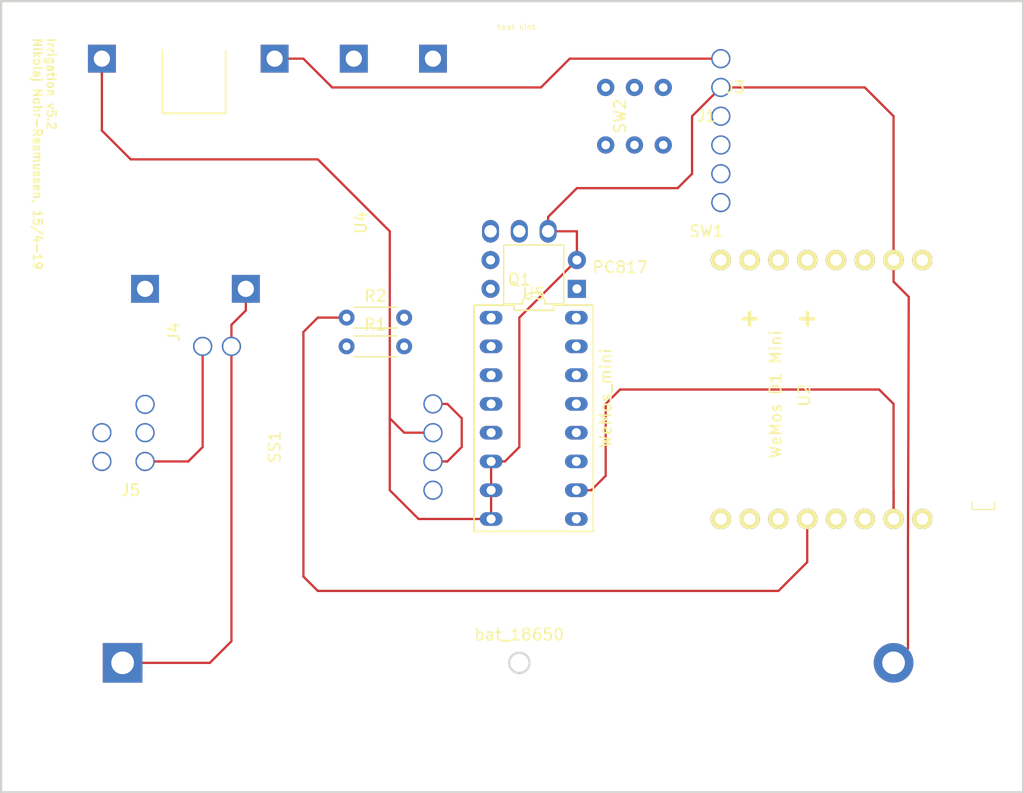
<source format=kicad_pcb>
(kicad_pcb (version 20171130) (host pcbnew "(5.0.2)-1")

  (general
    (thickness 1.6)
    (drawings 20)
    (tracks 193)
    (zones 0)
    (modules 15)
    (nets 19)
  )

  (page A4)
  (layers
    (0 Top_copper power)
    (1 "Blue_(signal_1)" signal hide)
    (2 Bottom_copper signal)
    (3 "Yellow2_(signal)" signal hide)
    (4 "Blue2_(signal)" signal hide)
    (31 "Red_(Power)" power hide)
    (32 B.Adhes user hide)
    (33 F.Adhes user hide)
    (34 B.Paste user hide)
    (35 F.Paste user hide)
    (36 B.SilkS user)
    (37 F.SilkS user)
    (38 B.Mask user)
    (39 F.Mask user)
    (40 Dwgs.User user hide)
    (41 Cmts.User user hide)
    (42 Eco1.User user hide)
    (43 Eco2.User user hide)
    (44 Edge.Cuts user)
    (45 Margin user hide)
    (46 B.CrtYd user)
    (47 F.CrtYd user)
    (48 B.Fab user hide)
    (49 F.Fab user hide)
  )

  (setup
    (last_trace_width 0.2)
    (trace_clearance 0.2)
    (zone_clearance 0.508)
    (zone_45_only no)
    (trace_min 0.2)
    (segment_width 0.2)
    (edge_width 0.2)
    (via_size 0.8)
    (via_drill 0.4)
    (via_min_size 0.4)
    (via_min_drill 0.3)
    (uvia_size 0.3)
    (uvia_drill 0.1)
    (uvias_allowed no)
    (uvia_min_size 0.2)
    (uvia_min_drill 0.1)
    (pcb_text_width 0.3)
    (pcb_text_size 1.5 1.5)
    (mod_edge_width 0.15)
    (mod_text_size 1 1)
    (mod_text_width 0.15)
    (pad_size 1.5 2)
    (pad_drill 1.1)
    (pad_to_mask_clearance 0.2)
    (solder_mask_min_width 0.25)
    (aux_axis_origin 0 0)
    (visible_elements 7FFFFFFF)
    (pcbplotparams
      (layerselection 0x290f0_7fffffe5)
      (usegerberextensions true)
      (usegerberattributes false)
      (usegerberadvancedattributes false)
      (creategerberjobfile false)
      (excludeedgelayer true)
      (linewidth 0.100000)
      (plotframeref false)
      (viasonmask false)
      (mode 1)
      (useauxorigin false)
      (hpglpennumber 1)
      (hpglpenspeed 20)
      (hpglpendiameter 15.000000)
      (psnegative false)
      (psa4output false)
      (plotreference true)
      (plotvalue true)
      (plotinvisibletext false)
      (padsonsilk true)
      (subtractmaskfromsilk false)
      (outputformat 1)
      (mirror false)
      (drillshape 0)
      (scaleselection 1)
      (outputdirectory "./"))
  )

  (net 0 "")
  (net 1 GND)
  (net 2 "Net-(J3-Pad2)")
  (net 3 "Net-(J3-Pad1)")
  (net 4 "Net-(Q1-Pad1)")
  (net 5 "Net-(SW1-Pad1)")
  (net 6 "Net-(Opto1-Pad1)")
  (net 7 "Net-(J1-Pad2)")
  (net 8 "Net-(R2-Pad1)")
  (net 9 "Net-(SW2-Pad2)")
  (net 10 "Net-(SW2-Pad1)")
  (net 11 "Net-(R1-Pad2)")
  (net 12 "Net-(SS1-PadA0)")
  (net 13 "Net-(U2-Pad15)")
  (net 14 "Net-(U2-Pad14)")
  (net 15 "Net-(U2-Pad10)")
  (net 16 "Net-(J4-Pad2)")
  (net 17 "Net-(J5-Pad2)")
  (net 18 "Net-(J5-Pad3)")

  (net_class Default "This is the default net class."
    (clearance 0.2)
    (trace_width 0.2)
    (via_dia 0.8)
    (via_drill 0.4)
    (uvia_dia 0.3)
    (uvia_drill 0.1)
    (add_net GND)
    (add_net "Net-(J1-Pad2)")
    (add_net "Net-(J3-Pad1)")
    (add_net "Net-(J3-Pad2)")
    (add_net "Net-(J4-Pad2)")
    (add_net "Net-(J5-Pad2)")
    (add_net "Net-(J5-Pad3)")
    (add_net "Net-(Opto1-Pad1)")
    (add_net "Net-(Q1-Pad1)")
    (add_net "Net-(R1-Pad2)")
    (add_net "Net-(R2-Pad1)")
    (add_net "Net-(SS1-PadA0)")
    (add_net "Net-(SW1-Pad1)")
    (add_net "Net-(SW2-Pad1)")
    (add_net "Net-(SW2-Pad2)")
    (add_net "Net-(U2-Pad10)")
    (add_net "Net-(U2-Pad14)")
    (add_net "Net-(U2-Pad15)")
  )

  (module footprint:74HC4052_analogue_mux_v1 (layer Top_copper) (tedit 5CA72754) (tstamp 5CA72CC3)
    (at 64.77 54.61 270)
    (path /5CAC48A2)
    (fp_text reference U5 (at -10.99 0) (layer F.SilkS)
      (effects (font (size 1 1) (thickness 0.15)))
    )
    (fp_text value CD4052B (at 0 0 270) (layer F.Fab)
      (effects (font (size 1 1) (thickness 0.15)))
    )
    (fp_line (start -10.15 5.4) (end -10.15 -5.4) (layer F.CrtYd) (width 0.05))
    (fp_line (start 10.15 5.4) (end -10.15 5.4) (layer F.CrtYd) (width 0.05))
    (fp_line (start 10.15 -5.4) (end 10.15 5.4) (layer F.CrtYd) (width 0.05))
    (fp_line (start -10.15 -5.4) (end 10.15 -5.4) (layer F.CrtYd) (width 0.05))
    (fp_line (start -9.99 1.753333) (end -9.99 5.259999) (layer F.SilkS) (width 0.15))
    (fp_line (start -9.54 1.753333) (end -9.99 1.753333) (layer F.SilkS) (width 0.15))
    (fp_line (start -9.54 -1.753333) (end -9.54 1.753333) (layer F.SilkS) (width 0.15))
    (fp_line (start -9.99 -1.753333) (end -9.54 -1.753333) (layer F.SilkS) (width 0.15))
    (fp_line (start -9.99 -5.26) (end -9.99 -1.753333) (layer F.SilkS) (width 0.15))
    (fp_line (start 9.99 -5.259999) (end -9.99 -5.26) (layer F.SilkS) (width 0.15))
    (fp_line (start 9.99 5.26) (end 9.99 -5.259999) (layer F.SilkS) (width 0.15))
    (fp_line (start -9.99 5.259999) (end 9.99 5.26) (layer F.SilkS) (width 0.15))
    (pad 8 thru_hole oval (at 8.89 3.76 270) (size 1.2 2) (drill 0.8) (layers *.Cu *.Mask)
      (net 1 GND))
    (pad 9 thru_hole oval (at 8.89 -3.76 270) (size 1.2 2) (drill 0.8) (layers *.Cu *.Mask)
      (net 14 "Net-(U2-Pad14)"))
    (pad 7 thru_hole oval (at 6.35 3.76 270) (size 1.2 2) (drill 0.8) (layers *.Cu *.Mask)
      (net 1 GND))
    (pad 10 thru_hole oval (at 6.35 -3.76 270) (size 1.2 2) (drill 0.8) (layers *.Cu *.Mask)
      (net 13 "Net-(U2-Pad15)"))
    (pad 6 thru_hole oval (at 3.81 3.76 270) (size 1.2 2) (drill 0.8) (layers *.Cu *.Mask)
      (net 1 GND))
    (pad 11 thru_hole oval (at 3.81 -3.76 270) (size 1.2 2) (drill 0.8) (layers *.Cu *.Mask))
    (pad 5 thru_hole oval (at 1.27 3.76 270) (size 1.2 2) (drill 0.8) (layers *.Cu *.Mask))
    (pad 12 thru_hole oval (at 1.27 -3.76 270) (size 1.2 2) (drill 0.8) (layers *.Cu *.Mask)
      (net 12 "Net-(SS1-PadA0)"))
    (pad 4 thru_hole oval (at -1.27 3.76 270) (size 1.2 2) (drill 0.8) (layers *.Cu *.Mask))
    (pad 13 thru_hole oval (at -1.27 -3.76 270) (size 1.2 2) (drill 0.8) (layers *.Cu *.Mask)
      (net 15 "Net-(U2-Pad10)"))
    (pad 3 thru_hole oval (at -3.81 3.76 270) (size 1.2 2) (drill 0.8) (layers *.Cu *.Mask))
    (pad 14 thru_hole oval (at -3.81 -3.76 270) (size 1.2 2) (drill 0.8) (layers *.Cu *.Mask)
      (net 11 "Net-(R1-Pad2)"))
    (pad 2 thru_hole oval (at -6.35 3.76 270) (size 1.2 2) (drill 0.8) (layers *.Cu *.Mask))
    (pad 15 thru_hole oval (at -6.35 -3.76 270) (size 1.2 2) (drill 0.8) (layers *.Cu *.Mask)
      (net 18 "Net-(J5-Pad3)"))
    (pad 1 thru_hole oval (at -8.89 3.76 270) (size 1.2 2) (drill 0.8) (layers *.Cu *.Mask))
    (pad 16 thru_hole oval (at -8.89 -3.76 270) (size 1.2 2) (drill 0.8) (layers *.Cu *.Mask)
      (net 17 "Net-(J5-Pad2)"))
  )

  (module footprint:BatteryHolder_MPD_BH-18650-PC2_v4 (layer Top_copper) (tedit 5CAF9A70) (tstamp 5CAF9B3B)
    (at 63.5 76.2)
    (descr "18650 Battery Holder (http://www.memoryprotectiondevices.com/datasheets/BK-18650-PC2-datasheet.pdf)")
    (tags "18650 Battery Holder")
    (path /5C9C0D4A)
    (fp_text reference bat_18650 (at 0 -2.5) (layer F.SilkS)
      (effects (font (size 1 1) (thickness 0.15)))
    )
    (fp_text value Battery_Cell (at 0 -4.8) (layer F.Fab)
      (effects (font (size 1 1) (thickness 0.15)))
    )
    (fp_line (start -38.1 -10.668) (end 35.56 -10.668) (layer F.CrtYd) (width 0.05))
    (fp_line (start -38.1 10.668) (end -38.1 -10.668) (layer F.CrtYd) (width 0.05))
    (fp_circle (center 0 0) (end -1.016 -0.508) (layer F.CrtYd) (width 0.05))
    (fp_line (start 35.56 10.668) (end 35.56 -10.668) (layer F.CrtYd) (width 0.05))
    (fp_line (start -38.1 10.668) (end 35.56 10.668) (layer F.CrtYd) (width 0.05))
    (pad 2 thru_hole circle (at 33.02 0) (size 3.5 3.5) (drill 2) (layers *.Cu *.Mask)
      (net 1 GND))
    (pad 1 thru_hole rect (at -35 0) (size 3.5 3.5) (drill 2) (layers *.Cu *.Mask)
      (net 16 "Net-(J4-Pad2)"))
    (model ${KISYS3DMOD}/Battery.3dshapes/BatteryHolder_MPD_BH-18650-PC2.wrl
      (at (xyz 0 0 0))
      (scale (xyz 1 1 1))
      (rotate (xyz 0 0 0))
    )
  )

  (module footprint:onoff_push_button_2x3_pins_v2 (layer Top_copper) (tedit 5CA30A07) (tstamp 5CA30AC7)
    (at 68.58 43.18 270)
    (path /5C938ACF)
    (fp_text reference SW2 (at -15.24 -3.81 270) (layer F.SilkS)
      (effects (font (size 1 1) (thickness 0.15)))
    )
    (fp_text value flash (at -15.24 -0.508 270) (layer F.Fab)
      (effects (font (size 1 1) (thickness 0.15)))
    )
    (fp_line (start -19.05 -8.89) (end -11.43 -8.89) (layer F.CrtYd) (width 0.15))
    (fp_line (start -11.43 -8.89) (end -11.43 -1.27) (layer F.CrtYd) (width 0.15))
    (fp_line (start -11.43 -1.27) (end -19.05 -1.27) (layer F.CrtYd) (width 0.15))
    (fp_line (start -19.05 -1.27) (end -19.05 -8.89) (layer F.CrtYd) (width 0.15))
    (fp_text user "Flash (down)" (at -21.844 -11.684) (layer F.Fab)
      (effects (font (size 1 1) (thickness 0.15)))
    )
    (fp_text user "Normal (up)" (at -21.844 1.016) (layer F.Fab)
      (effects (font (size 1 1) (thickness 0.15)))
    )
    (fp_line (start -17.78 -5.08) (end -21.59 -5.08) (layer F.Fab) (width 0.15))
    (fp_line (start -20.828 -5.08) (end -21.336 -5.08) (layer F.Fab) (width 0.15))
    (fp_line (start -20.32 -7.62) (end -17.78 -7.62) (layer F.Fab) (width 0.15))
    (fp_line (start -17.78 -2.54) (end -20.32 -2.54) (layer F.Fab) (width 0.15))
    (fp_circle (center -20.32 -7.62) (end -20.447 -7.6454) (layer F.Fab) (width 0.15))
    (fp_circle (center -20.3454 -2.54) (end -20.3962 -2.6416) (layer F.Fab) (width 0.15))
    (fp_circle (center -21.59 -5.08) (end -21.6916 -5.1054) (layer F.Fab) (width 0.15))
    (fp_line (start -21.59 -5.08) (end -22.86 -7.62) (layer F.Fab) (width 0.15))
    (fp_line (start -21.59 -5.08) (end -20.32 -2.54) (layer F.Fab) (width 0.05))
    (fp_text user "(1 and 2 connected when button up)" (at -16.51 -10.16 270) (layer F.CrtYd)
      (effects (font (size 0.5 0.5) (thickness 0.075)))
    )
    (pad 1 thru_hole circle (at -17.78 -7.62 270) (size 1.524 1.524) (drill 0.762) (layers *.Cu *.Mask)
      (net 10 "Net-(SW2-Pad1)"))
    (pad 2 thru_hole circle (at -17.78 -5.08 270) (size 1.524 1.524) (drill 0.762) (layers *.Cu *.Mask)
      (net 9 "Net-(SW2-Pad2)"))
    (pad NA thru_hole circle (at -12.7 -5.08 270) (size 1.524 1.524) (drill 0.762) (layers *.Cu *.Mask))
    (pad NA thru_hole circle (at -12.7 -7.62 270) (size 1.524 1.524) (drill 0.762) (layers *.Cu *.Mask))
    (pad NA thru_hole circle (at -12.7 -2.54 270) (size 1.524 1.524) (drill 0.762) (layers *.Cu *.Mask))
    (pad 3 thru_hole circle (at -17.78 -2.54 270) (size 1.524 1.524) (drill 0.762) (layers *.Cu *.Mask))
  )

  (module footprint:2p_connector_v2 (layer Top_copper) (tedit 5C9E8F0F) (tstamp 5C9BBC0A)
    (at 78.74 22.86 90)
    (path /5C4F9789)
    (fp_text reference J1 (at -5.08 1.27 180) (layer F.SilkS)
      (effects (font (size 1 1) (thickness 0.15)))
    )
    (fp_text value Sol (at -1.27 20.32 180) (layer F.Fab)
      (effects (font (size 1 1) (thickness 0.15)))
    )
    (fp_line (start -3.81 1.27) (end 1.27 1.27) (layer F.CrtYd) (width 0.15))
    (fp_line (start 1.27 1.27) (end 1.27 3.81) (layer F.CrtYd) (width 0.15))
    (fp_line (start 1.27 3.81) (end -3.81 3.81) (layer F.CrtYd) (width 0.15))
    (fp_line (start -3.81 3.81) (end -3.81 1.27) (layer F.CrtYd) (width 0.15))
    (pad 1 thru_hole circle (at -2.54 2.54 90) (size 1.7 1.7) (drill 1.43) (layers *.Cu *.Mask)
      (net 1 GND))
    (pad 2 thru_hole circle (at 0 2.54 90) (size 1.7 1.7) (drill 1.43) (layers *.Cu *.Mask)
      (net 7 "Net-(J1-Pad2)"))
  )

  (module wemos_d1_mini:D1_mini_board_v10 (layer Top_copper) (tedit 5C9CC373) (tstamp 5C9BBEBB)
    (at 106.68 45.72 90)
    (path /5C4F9AC3)
    (fp_text reference U2 (at -6.858 -18.034 90) (layer F.SilkS)
      (effects (font (size 1 1) (thickness 0.15)))
    )
    (fp_text value WeMos_mini (at -7.112 -35.56 90) (layer F.SilkS)
      (effects (font (size 1 1) (thickness 0.15)))
    )
    (fp_text user "WeMos D1 Mini" (at -6.776942 -20.574 90) (layer F.SilkS)
      (effects (font (size 1 1) (thickness 0.15)))
    )
    (fp_line (start -3.597292 -5.442549) (end -10.736873 -5.442549) (layer F.CrtYd) (width 0.1))
    (fp_line (start -10.736873 -5.442549) (end -10.736873 0.371188) (layer F.CrtYd) (width 0.1))
    (fp_line (start -10.736873 0.371188) (end -3.597292 0.371188) (layer F.CrtYd) (width 0.1))
    (fp_line (start -3.597292 0.371188) (end -3.597292 -5.442549) (layer F.CrtYd) (width 0.1))
    (fp_line (start -16.28582 -3.248262) (end -16.938459 -3.248262) (layer F.SilkS) (width 0.1))
    (fp_line (start -16.938459 -3.248262) (end -16.938459 -1.255068) (layer F.SilkS) (width 0.1))
    (fp_line (start -16.938459 -1.255068) (end -16.321098 -1.255068) (layer F.SilkS) (width 0.1))
    (fp_line (start 6.604 1.016) (end -16.256 1.016) (layer F.CrtYd) (width 0.15))
    (fp_line (start -16.256 1.016) (end -16.256 -5.842) (layer F.CrtYd) (width 0.15))
    (fp_line (start -19.558 -5.842) (end -19.558 -34.544) (layer F.CrtYd) (width 0.15))
    (fp_line (start -19.558 -34.544) (end 6.604 -34.544) (layer F.CrtYd) (width 0.15))
    (fp_line (start 6.604 -34.544) (end 6.604 1.016) (layer F.CrtYd) (width 0.15))
    (fp_text user RST (at -22.016942 -25.654 90) (layer F.Fab)
      (effects (font (size 1 1) (thickness 0.15)))
    )
    (fp_text user 3V3 (at -22.016942 -7.874 90) (layer F.Fab)
      (effects (font (size 1 1) (thickness 0.15)))
    )
    (fp_text user 5V (at 8.463058 -7.874 90) (layer F.Fab)
      (effects (font (size 1 1) (thickness 0.15)))
    )
    (fp_text user GND (at 8.463058 -10.414 90) (layer F.Fab)
      (effects (font (size 1 1) (thickness 0.15)))
    )
    (fp_text user A0 (at -22.016942 -23.114 90) (layer F.Fab)
      (effects (font (size 1 1) (thickness 0.15)))
    )
    (fp_line (start -16.256 -5.842) (end -19.558 -5.842) (layer F.CrtYd) (width 0.15))
    (fp_text user D0 (at -22.098 -20.574 90) (layer F.Fab)
      (effects (font (size 1 1) (thickness 0.15)))
    )
    (fp_text user D5 (at -22.016942 -18.034 90) (layer F.Fab)
      (effects (font (size 1 1) (thickness 0.15)))
    )
    (fp_text user D6 (at -22.016942 -15.494 90) (layer F.Fab)
      (effects (font (size 1 1) (thickness 0.15)))
    )
    (fp_text user D7 (at -22.016942 -12.954 90) (layer F.Fab)
      (effects (font (size 1 1) (thickness 0.15)))
    )
    (fp_text user D8 (at -22.016942 -10.414 90) (layer F.Fab)
      (effects (font (size 1 1) (thickness 0.15)))
    )
    (fp_text user TX (at 7.747 -25.654 90) (layer F.Fab)
      (effects (font (size 1 1) (thickness 0.15)))
    )
    (fp_text user RX (at 7.874 -22.987 90) (layer F.Fab)
      (effects (font (size 1 1) (thickness 0.15)))
    )
    (fp_text user D1 (at 8.463058 -20.32 90) (layer F.Fab)
      (effects (font (size 1 1) (thickness 0.15)))
    )
    (fp_text user D2 (at 8.463058 -18.034 90) (layer F.Fab)
      (effects (font (size 1 1) (thickness 0.15)))
    )
    (fp_text user D3 (at 8.463058 -15.494 90) (layer F.Fab)
      (effects (font (size 1 1) (thickness 0.15)))
    )
    (fp_text user D4 (at 8.463058 -12.954 90) (layer F.Fab)
      (effects (font (size 1 1) (thickness 0.15)))
    )
    (pad 8 thru_hole circle (at 5.08 -25.4 90) (size 1.8 1.8) (drill 1.016) (layers *.Cu *.Mask F.SilkS))
    (pad 7 thru_hole circle (at 5.08 -22.86 90) (size 1.8 1.8) (drill 1.016) (layers *.Cu *.Mask F.SilkS))
    (pad 6 thru_hole circle (at 5.08 -20.32 90) (size 1.8 1.8) (drill 1.016) (layers *.Cu *.Mask F.SilkS)
      (net 6 "Net-(Opto1-Pad1)"))
    (pad 5 thru_hole circle (at 5.08 -17.78 90) (size 1.8 1.8) (drill 1.016) (layers *.Cu *.Mask F.SilkS))
    (pad 4 thru_hole circle (at 5.08 -15.24 90) (size 1.8 1.8) (drill 1.016) (layers *.Cu *.Mask F.SilkS))
    (pad 3 thru_hole circle (at 5.08 -12.7 90) (size 1.8 1.8) (drill 1.016) (layers *.Cu *.Mask F.SilkS))
    (pad 2 thru_hole circle (at 5.08 -10.16 90) (size 1.8 1.8) (drill 1.016) (layers *.Cu *.Mask F.SilkS)
      (net 1 GND))
    (pad 1 thru_hole circle (at 5.08 -7.62 90) (size 1.8 1.8) (drill 1.016) (layers *.Cu *.Mask F.SilkS)
      (net 2 "Net-(J3-Pad2)"))
    (pad 16 thru_hole circle (at -17.78 -7.62 90) (size 1.8 1.8) (drill 1.016) (layers *.Cu *.Mask F.SilkS))
    (pad 15 thru_hole circle (at -17.78 -10.16 90) (size 1.8 1.8) (drill 1.016) (layers *.Cu *.Mask F.SilkS)
      (net 13 "Net-(U2-Pad15)"))
    (pad 14 thru_hole circle (at -17.78 -12.7 90) (size 1.8 1.8) (drill 1.016) (layers *.Cu *.Mask F.SilkS)
      (net 14 "Net-(U2-Pad14)"))
    (pad 13 thru_hole circle (at -17.78 -15.24 90) (size 1.8 1.8) (drill 1.016) (layers *.Cu *.Mask F.SilkS))
    (pad 12 thru_hole circle (at -17.78 -17.78 90) (size 1.8 1.8) (drill 1.016) (layers *.Cu *.Mask F.SilkS)
      (net 8 "Net-(R2-Pad1)"))
    (pad 11 thru_hole circle (at -17.78 -20.32 90) (size 1.8 1.8) (drill 1.016) (layers *.Cu *.Mask F.SilkS)
      (net 10 "Net-(SW2-Pad1)"))
    (pad 10 thru_hole circle (at -17.78 -22.86 90) (size 1.8 1.8) (drill 1.016) (layers *.Cu *.Mask F.SilkS)
      (net 15 "Net-(U2-Pad10)"))
    (pad 9 thru_hole circle (at -17.78 -25.4 90) (size 1.8 1.8) (drill 1.016) (layers *.Cu *.Mask F.SilkS)
      (net 9 "Net-(SW2-Pad2)"))
  )

  (module footprint:2p_connector_v2 (layer Top_copper) (tedit 5C5AE479) (tstamp 5C9BBC1E)
    (at 83.82 30.48 270)
    (path /5C4F97F0)
    (fp_text reference J3 (at -5.08 1.27) (layer F.SilkS)
      (effects (font (size 1 1) (thickness 0.15)))
    )
    (fp_text value Valve (at -1.524 -15.113) (layer F.Fab)
      (effects (font (size 1 1) (thickness 0.15)))
    )
    (fp_line (start -3.81 3.81) (end -3.81 1.27) (layer F.CrtYd) (width 0.15))
    (fp_line (start 1.27 3.81) (end -3.81 3.81) (layer F.CrtYd) (width 0.15))
    (fp_line (start 1.27 1.27) (end 1.27 3.81) (layer F.CrtYd) (width 0.15))
    (fp_line (start -3.81 1.27) (end 1.27 1.27) (layer F.CrtYd) (width 0.15))
    (pad 2 thru_hole circle (at 0 2.54 270) (size 1.7 1.7) (drill 1.43) (layers *.Cu *.Mask)
      (net 2 "Net-(J3-Pad2)"))
    (pad 1 thru_hole circle (at -2.54 2.54 270) (size 1.7 1.7) (drill 1.43) (layers *.Cu *.Mask)
      (net 3 "Net-(J3-Pad1)"))
  )

  (module Package_DIP:DIP-4_W7.62mm (layer Top_copper) (tedit 5CB44DF3) (tstamp 5C9BBC4B)
    (at 68.58 43.18 180)
    (descr "4-lead though-hole mounted DIP package, row spacing 7.62 mm (300 mils)")
    (tags "THT DIP DIL PDIP 2.54mm 7.62mm 300mil")
    (path /5C922828)
    (fp_text reference Opto1 (at -3.175 3.81 180) (layer F.SilkS) hide
      (effects (font (size 1 1) (thickness 0.15)))
    )
    (fp_text value PC817 (at -3.81 1.905 180) (layer F.SilkS)
      (effects (font (size 1 1) (thickness 0.15)))
    )
    (fp_arc (start 3.81 -1.33) (end 2.81 -1.33) (angle -180) (layer F.SilkS) (width 0.12))
    (fp_line (start 1.635 -1.27) (end 6.985 -1.27) (layer F.Fab) (width 0.1))
    (fp_line (start 6.985 -1.27) (end 6.985 3.81) (layer F.Fab) (width 0.1))
    (fp_line (start 6.985 3.81) (end 0.635 3.81) (layer F.Fab) (width 0.1))
    (fp_line (start 0.635 3.81) (end 0.635 -0.27) (layer F.Fab) (width 0.1))
    (fp_line (start 0.635 -0.27) (end 1.635 -1.27) (layer F.Fab) (width 0.1))
    (fp_line (start 2.81 -1.33) (end 1.16 -1.33) (layer F.SilkS) (width 0.12))
    (fp_line (start 1.16 -1.33) (end 1.16 3.87) (layer F.SilkS) (width 0.12))
    (fp_line (start 1.16 3.87) (end 6.46 3.87) (layer F.SilkS) (width 0.12))
    (fp_line (start 6.46 3.87) (end 6.46 -1.33) (layer F.SilkS) (width 0.12))
    (fp_line (start 6.46 -1.33) (end 4.81 -1.33) (layer F.SilkS) (width 0.12))
    (fp_line (start -1.1 -1.55) (end -1.1 4.1) (layer F.CrtYd) (width 0.05))
    (fp_line (start -1.1 4.1) (end 8.7 4.1) (layer F.CrtYd) (width 0.05))
    (fp_line (start 8.7 4.1) (end 8.7 -1.55) (layer F.CrtYd) (width 0.05))
    (fp_line (start 8.7 -1.55) (end -1.1 -1.55) (layer F.CrtYd) (width 0.05))
    (fp_text user %R (at 3.81 1.27 180) (layer F.Fab)
      (effects (font (size 1 1) (thickness 0.15)))
    )
    (pad 1 thru_hole rect (at 0 0 180) (size 1.6 1.6) (drill 0.8) (layers *.Cu *.Mask)
      (net 6 "Net-(Opto1-Pad1)"))
    (pad 3 thru_hole oval (at 7.62 2.54 180) (size 1.6 1.6) (drill 0.8) (layers *.Cu *.Mask)
      (net 17 "Net-(J5-Pad2)"))
    (pad 2 thru_hole oval (at 0 2.54 180) (size 1.6 1.6) (drill 0.8) (layers *.Cu *.Mask)
      (net 1 GND))
    (pad 4 thru_hole oval (at 7.62 0 180) (size 1.6 1.6) (drill 0.8) (layers *.Cu *.Mask)
      (net 2 "Net-(J3-Pad2)"))
    (model ${KISYS3DMOD}/Package_DIP.3dshapes/DIP-4_W7.62mm.wrl
      (at (xyz 0 0 0))
      (scale (xyz 1 1 1))
      (rotate (xyz 0 0 0))
    )
  )

  (module Resistor_THT:R_Axial_DIN0204_L3.6mm_D1.6mm_P5.08mm_Horizontal (layer Top_copper) (tedit 5AE5139B) (tstamp 5C9BBC5E)
    (at 48.26 48.26)
    (descr "Resistor, Axial_DIN0204 series, Axial, Horizontal, pin pitch=5.08mm, 0.167W, length*diameter=3.6*1.6mm^2, http://cdn-reichelt.de/documents/datenblatt/B400/1_4W%23YAG.pdf")
    (tags "Resistor Axial_DIN0204 series Axial Horizontal pin pitch 5.08mm 0.167W length 3.6mm diameter 1.6mm")
    (path /5C4F9DC6)
    (fp_text reference R1 (at 2.54 -1.92) (layer F.SilkS)
      (effects (font (size 1 1) (thickness 0.15)))
    )
    (fp_text value 100k (at -3.302 0) (layer F.Fab)
      (effects (font (size 1 1) (thickness 0.15)))
    )
    (fp_text user %R (at 2.54 0) (layer F.Fab)
      (effects (font (size 0.72 0.72) (thickness 0.108)))
    )
    (fp_line (start 6.03 -1.05) (end -0.95 -1.05) (layer F.CrtYd) (width 0.05))
    (fp_line (start 6.03 1.05) (end 6.03 -1.05) (layer F.CrtYd) (width 0.05))
    (fp_line (start -0.95 1.05) (end 6.03 1.05) (layer F.CrtYd) (width 0.05))
    (fp_line (start -0.95 -1.05) (end -0.95 1.05) (layer F.CrtYd) (width 0.05))
    (fp_line (start 0.62 0.92) (end 4.46 0.92) (layer F.SilkS) (width 0.12))
    (fp_line (start 0.62 -0.92) (end 4.46 -0.92) (layer F.SilkS) (width 0.12))
    (fp_line (start 5.08 0) (end 4.34 0) (layer F.Fab) (width 0.1))
    (fp_line (start 0 0) (end 0.74 0) (layer F.Fab) (width 0.1))
    (fp_line (start 4.34 -0.8) (end 0.74 -0.8) (layer F.Fab) (width 0.1))
    (fp_line (start 4.34 0.8) (end 4.34 -0.8) (layer F.Fab) (width 0.1))
    (fp_line (start 0.74 0.8) (end 4.34 0.8) (layer F.Fab) (width 0.1))
    (fp_line (start 0.74 -0.8) (end 0.74 0.8) (layer F.Fab) (width 0.1))
    (pad 2 thru_hole oval (at 5.08 0) (size 1.4 1.4) (drill 0.7) (layers *.Cu *.Mask)
      (net 11 "Net-(R1-Pad2)"))
    (pad 1 thru_hole circle (at 0 0) (size 1.4 1.4) (drill 0.7) (layers *.Cu *.Mask)
      (net 16 "Net-(J4-Pad2)"))
    (model ${KISYS3DMOD}/Resistor_THT.3dshapes/R_Axial_DIN0204_L3.6mm_D1.6mm_P5.08mm_Horizontal.wrl
      (at (xyz 0 0 0))
      (scale (xyz 1 1 1))
      (rotate (xyz 0 0 0))
    )
  )

  (module Resistor_THT:R_Axial_DIN0204_L3.6mm_D1.6mm_P5.08mm_Horizontal (layer Top_copper) (tedit 5AE5139B) (tstamp 5C9BBC71)
    (at 48.26 45.72)
    (descr "Resistor, Axial_DIN0204 series, Axial, Horizontal, pin pitch=5.08mm, 0.167W, length*diameter=3.6*1.6mm^2, http://cdn-reichelt.de/documents/datenblatt/B400/1_4W%23YAG.pdf")
    (tags "Resistor Axial_DIN0204 series Axial Horizontal pin pitch 5.08mm 0.167W length 3.6mm diameter 1.6mm")
    (path /5C4F22D3)
    (fp_text reference R2 (at 2.54 -1.92) (layer F.SilkS)
      (effects (font (size 1 1) (thickness 0.15)))
    )
    (fp_text value 5k (at -2.286 0.889) (layer F.Fab)
      (effects (font (size 1 1) (thickness 0.15)))
    )
    (fp_line (start 0.74 -0.8) (end 0.74 0.8) (layer F.Fab) (width 0.1))
    (fp_line (start 0.74 0.8) (end 4.34 0.8) (layer F.Fab) (width 0.1))
    (fp_line (start 4.34 0.8) (end 4.34 -0.8) (layer F.Fab) (width 0.1))
    (fp_line (start 4.34 -0.8) (end 0.74 -0.8) (layer F.Fab) (width 0.1))
    (fp_line (start 0 0) (end 0.74 0) (layer F.Fab) (width 0.1))
    (fp_line (start 5.08 0) (end 4.34 0) (layer F.Fab) (width 0.1))
    (fp_line (start 0.62 -0.92) (end 4.46 -0.92) (layer F.SilkS) (width 0.12))
    (fp_line (start 0.62 0.92) (end 4.46 0.92) (layer F.SilkS) (width 0.12))
    (fp_line (start -0.95 -1.05) (end -0.95 1.05) (layer F.CrtYd) (width 0.05))
    (fp_line (start -0.95 1.05) (end 6.03 1.05) (layer F.CrtYd) (width 0.05))
    (fp_line (start 6.03 1.05) (end 6.03 -1.05) (layer F.CrtYd) (width 0.05))
    (fp_line (start 6.03 -1.05) (end -0.95 -1.05) (layer F.CrtYd) (width 0.05))
    (fp_text user %R (at 2.54 0) (layer F.Fab)
      (effects (font (size 0.72 0.72) (thickness 0.108)))
    )
    (pad 1 thru_hole circle (at 0 0) (size 1.4 1.4) (drill 0.7) (layers *.Cu *.Mask)
      (net 8 "Net-(R2-Pad1)"))
    (pad 2 thru_hole oval (at 5.08 0) (size 1.4 1.4) (drill 0.7) (layers *.Cu *.Mask)
      (net 4 "Net-(Q1-Pad1)"))
    (model ${KISYS3DMOD}/Resistor_THT.3dshapes/R_Axial_DIN0204_L3.6mm_D1.6mm_P5.08mm_Horizontal.wrl
      (at (xyz 0 0 0))
      (scale (xyz 1 1 1))
      (rotate (xyz 0 0 0))
    )
  )

  (module "footprint:Soil sensor_v4" (layer Top_copper) (tedit 5C989D0D) (tstamp 5C9BBC7F)
    (at 57.15 50.8 270)
    (path /5C4FA314)
    (fp_text reference SS1 (at 6.35 15.24 270) (layer F.SilkS)
      (effects (font (size 1 1) (thickness 0.15)))
    )
    (fp_text value SOIL_SENSOR (at 6.35 10.16 270) (layer F.Fab)
      (effects (font (size 1 1) (thickness 0.15)))
    )
    (fp_line (start 12.7 0) (end 0 0) (layer F.CrtYd) (width 0.15))
    (fp_line (start 0 0) (end 0 31.75) (layer F.CrtYd) (width 0.15))
    (fp_line (start 0 31.75) (end 12.7 31.75) (layer F.CrtYd) (width 0.15))
    (fp_line (start 12.7 31.75) (end 12.7 0) (layer F.CrtYd) (width 0.15))
    (pad A0 thru_hole circle (at 10.16 1.27 270) (size 1.7 1.7) (drill 1.43) (layers *.Cu *.Mask)
      (net 12 "Net-(SS1-PadA0)"))
    (pad D0 thru_hole circle (at 7.62 1.27 270) (size 1.7 1.7) (drill 1.43) (layers *.Cu *.Mask)
      (net 17 "Net-(J5-Pad2)"))
    (pad GND thru_hole circle (at 5.08 1.27 270) (size 1.7 1.7) (drill 1.43) (layers *.Cu *.Mask)
      (net 1 GND))
    (pad VCC thru_hole circle (at 2.54 1.27 270) (size 1.7 1.7) (drill 1.43) (layers *.Cu *.Mask)
      (net 17 "Net-(J5-Pad2)"))
    (pad - thru_hole circle (at 7.62 30.48 270) (size 1.7 1.7) (drill 1.43) (layers *.Cu *.Mask))
    (pad + thru_hole circle (at 5.08 30.48 270) (size 1.7 1.7) (drill 1.43) (layers *.Cu *.Mask))
  )

  (module footprint:2p_connector_v2 (layer Top_copper) (tedit 5C9CC305) (tstamp 5C9BBC89)
    (at 78.74 33.02 90)
    (path /5C4F30A2)
    (fp_text reference SW1 (at -5.08 1.27 180) (layer F.SilkS)
      (effects (font (size 1 1) (thickness 0.15)))
    )
    (fp_text value ON/OFF (at -0.635 20.447 180) (layer F.Fab)
      (effects (font (size 1 1) (thickness 0.15)))
    )
    (fp_line (start -3.81 1.27) (end 1.27 1.27) (layer F.CrtYd) (width 0.15))
    (fp_line (start 1.27 1.27) (end 1.27 3.81) (layer F.CrtYd) (width 0.15))
    (fp_line (start 1.27 3.81) (end -3.81 3.81) (layer F.CrtYd) (width 0.15))
    (fp_line (start -3.81 3.81) (end -3.81 1.27) (layer F.CrtYd) (width 0.15))
    (pad 1 thru_hole circle (at -2.54 2.54 90) (size 1.7 1.7) (drill 1.43) (layers *.Cu *.Mask)
      (net 5 "Net-(SW1-Pad1)"))
    (pad 2 thru_hole circle (at 0 2.54 90) (size 1.7 1.7) (drill 1.43) (layers *.Cu *.Mask)
      (net 2 "Net-(J3-Pad2)"))
  )

  (module footprint:2p_connector_v2 (layer Top_copper) (tedit 5C5AE479) (tstamp 5CAF72C4)
    (at 38.1 45.72)
    (path /5CAF6943)
    (fp_text reference J4 (at -5.08 1.27 90) (layer F.SilkS)
      (effects (font (size 1 1) (thickness 0.15)))
    )
    (fp_text value Batt (at -1.27 5.08) (layer F.Fab)
      (effects (font (size 1 1) (thickness 0.15)))
    )
    (fp_line (start -3.81 1.27) (end 1.27 1.27) (layer F.CrtYd) (width 0.15))
    (fp_line (start 1.27 1.27) (end 1.27 3.81) (layer F.CrtYd) (width 0.15))
    (fp_line (start 1.27 3.81) (end -3.81 3.81) (layer F.CrtYd) (width 0.15))
    (fp_line (start -3.81 3.81) (end -3.81 1.27) (layer F.CrtYd) (width 0.15))
    (pad 1 thru_hole circle (at -2.54 2.54) (size 1.7 1.7) (drill 1.43) (layers *.Cu *.Mask)
      (net 1 GND))
    (pad 2 thru_hole circle (at 0 2.54) (size 1.7 1.7) (drill 1.43) (layers *.Cu *.Mask)
      (net 16 "Net-(J4-Pad2)"))
  )

  (module footprint:3p_connector_v1 (layer Top_copper) (tedit 5CAF6C81) (tstamp 5CAF72E0)
    (at 27.94 55.88 90)
    (path /5CB0FBBE)
    (fp_text reference J5 (at -5.08 1.27 180) (layer F.SilkS)
      (effects (font (size 1 1) (thickness 0.15)))
    )
    (fp_text value "Spare connection" (at -1.27 5.08 90) (layer F.Fab)
      (effects (font (size 1 1) (thickness 0.15)))
    )
    (fp_line (start -3.81 1.27) (end 3.81 1.27) (layer F.CrtYd) (width 0.15))
    (fp_line (start 3.81 1.27) (end 3.81 3.81) (layer F.CrtYd) (width 0.15))
    (fp_line (start 3.81 3.81) (end -3.81 3.81) (layer F.CrtYd) (width 0.15))
    (fp_line (start -3.81 3.81) (end -3.81 1.27) (layer F.CrtYd) (width 0.15))
    (pad 1 thru_hole circle (at -2.54 2.54 90) (size 1.7 1.7) (drill 1.43) (layers *.Cu *.Mask)
      (net 1 GND))
    (pad 2 thru_hole circle (at 0 2.54 90) (size 1.7 1.7) (drill 1.43) (layers *.Cu *.Mask)
      (net 17 "Net-(J5-Pad2)"))
    (pad 3 thru_hole circle (at 2.5 2.54 90) (size 1.7 1.7) (drill 1.43) (layers *.Cu *.Mask)
      (net 18 "Net-(J5-Pad3)"))
  )

  (module footprint:J5019_v5 (layer Top_copper) (tedit 5CAF996A) (tstamp 5CAF9B45)
    (at 58.42 20.32 270)
    (path /5C94F80F)
    (fp_text reference U4 (at 17.018 8.89 270) (layer F.SilkS)
      (effects (font (size 1 1) (thickness 0.15)))
    )
    (fp_text value J5019 (at 15.748 6.35 270) (layer F.Fab)
      (effects (font (size 1 1) (thickness 0.15)))
    )
    (fp_line (start 1.27 1.27) (end 1.27 33.02) (layer F.CrtYd) (width 0.15))
    (fp_line (start 1.27 33.02) (end 25.4 33.02) (layer F.CrtYd) (width 0.15))
    (fp_line (start 25.4 1.27) (end 1.27 1.27) (layer F.CrtYd) (width 0.15))
    (fp_line (start 25.4 1.27) (end 25.4 33.02) (layer F.CrtYd) (width 0.15))
    (fp_line (start 1.778 20.828) (end 7.366 20.828) (layer F.SilkS) (width 0.15))
    (fp_line (start 7.366 20.828) (end 7.366 26.416) (layer F.SilkS) (width 0.15))
    (fp_line (start 7.366 26.416) (end 1.778 26.416) (layer F.SilkS) (width 0.15))
    (pad 6 thru_hole rect (at 2.54 31.75 270) (size 2.46 2.46) (drill 1.43) (layers *.Cu *.Mask)
      (net 1 GND))
    (pad 5 thru_hole rect (at 2.54 16.51 270) (size 2.46 2.46) (drill 1.43) (layers *.Cu *.Mask)
      (net 7 "Net-(J1-Pad2)"))
    (pad 4 thru_hole rect (at 2.54 2.54 270) (size 2.46 2.46) (drill 1.43) (layers *.Cu *.Mask)
      (net 5 "Net-(SW1-Pad1)"))
    (pad 3 thru_hole rect (at 22.86 19.05 270) (size 2.46 2.46) (drill 1.43) (layers *.Cu *.Mask)
      (net 16 "Net-(J4-Pad2)"))
    (pad 1 thru_hole rect (at 2.54 9.525 270) (size 2.46 2.46) (drill 1.43) (layers *.Cu *.Mask))
    (pad 2 thru_hole rect (at 22.86 27.94 270) (size 2.46 2.46) (drill 1.43) (layers *.Cu *.Mask))
  )

  (module footprint:TIP120_flat_v3 (layer Top_copper) (tedit 5CB44DB2) (tstamp 5CB41C13)
    (at 66.04 38.1 180)
    (descr "TO-220-3, Vertical, RM 2.54mm, see https://www.vishay.com/docs/66542/to-220-1.pdf")
    (tags "TO-220-3 Vertical RM 2.54mm")
    (path /5C4F21EB)
    (fp_text reference Q1 (at 2.54 -4.27 180) (layer F.SilkS)
      (effects (font (size 1 1) (thickness 0.15)))
    )
    (fp_text value TIP120 (at 2.54 -2.54 180) (layer F.Fab)
      (effects (font (size 1 1) (thickness 0.15)))
    )
    (fp_circle (center 2.54 16.002) (end 3.675923 16.002) (layer F.CrtYd) (width 0.15))
    (fp_line (start 4.064 -1.27) (end 6.096 -1.27) (layer F.CrtYd) (width 0.15))
    (fp_line (start 1.524 -1.27) (end 3.556 -1.27) (layer F.CrtYd) (width 0.15))
    (fp_line (start -1.016 -1.27) (end 1.016 -1.27) (layer F.CrtYd) (width 0.15))
    (fp_line (start 6.096 6.858) (end 6.096 -1.27) (layer F.CrtYd) (width 0.15))
    (fp_line (start 4.064 6.858) (end 4.064 -1.27) (layer F.CrtYd) (width 0.15))
    (fp_line (start 3.556 6.858) (end 3.556 -1.27) (layer F.CrtYd) (width 0.15))
    (fp_line (start 1.524 6.858) (end 1.524 -1.27) (layer F.CrtYd) (width 0.15))
    (fp_line (start 1.016 6.858) (end 1.016 -1.27) (layer F.CrtYd) (width 0.15))
    (fp_line (start 7.62 6.858) (end 7.62 17.272) (layer F.CrtYd) (width 0.15))
    (fp_line (start -2.54 6.858) (end 7.62 6.858) (layer F.CrtYd) (width 0.15))
    (fp_line (start -2.54 17.272) (end -2.54 6.858) (layer F.CrtYd) (width 0.15))
    (fp_line (start -0.762 19.05) (end -2.54 17.272) (layer F.CrtYd) (width 0.15))
    (fp_line (start 5.842 19.05) (end -0.762 19.05) (layer F.CrtYd) (width 0.15))
    (fp_line (start 7.62 17.272) (end 5.842 19.05) (layer F.CrtYd) (width 0.15))
    (fp_text user %R (at 2.54 -4.27 180) (layer F.Fab)
      (effects (font (size 1 1) (thickness 0.15)))
    )
    (fp_line (start -2.54 13.462) (end 7.62 13.462) (layer F.CrtYd) (width 0.15))
    (fp_line (start -1.016 6.858) (end -1.016 -1.27) (layer F.CrtYd) (width 0.15))
    (fp_text user "heat sink" (at 2.794 18.034 180) (layer F.SilkS)
      (effects (font (size 0.5 0.5) (thickness 0.06)))
    )
    (fp_text user B (at 6.604 4.572 180) (layer F.Fab)
      (effects (font (size 1 1) (thickness 0.15)))
    )
    (fp_text user E (at -1.524 4.572 180) (layer F.Fab)
      (effects (font (size 1 1) (thickness 0.15)))
    )
    (fp_line (start 4.064 6.858) (end 6.096 6.858) (layer F.CrtYd) (width 0.15))
    (fp_line (start 1.524 6.858) (end 3.556 6.858) (layer F.CrtYd) (width 0.15))
    (fp_line (start -1.016 6.858) (end 1.016 6.858) (layer F.CrtYd) (width 0.15))
    (pad 1 thru_hole oval (at 5.08 0 180) (size 1.5 2) (drill 1.1) (layers *.Cu *.Mask)
      (net 4 "Net-(Q1-Pad1)"))
    (pad 2 thru_hole oval (at 2.54 0 180) (size 1.5 2) (drill 1.1) (layers *.Cu *.Mask)
      (net 3 "Net-(J3-Pad1)"))
    (pad 3 thru_hole oval (at 0 0 180) (size 1.5 2) (drill 1.1) (layers *.Cu *.Mask)
      (net 1 GND))
    (model ${KISYS3DMOD}/Package_TO_SOT_THT.3dshapes/TO-220-3_Vertical.wrl
      (at (xyz 0 0 0))
      (scale (xyz 1 1 1))
      (rotate (xyz 0 0 0))
    )
  )

  (gr_text "Irrigation v5.2\nNikolaj Nohr-Rasmussen, 15/4-19" (at 21.59 20.955 270) (layer F.SilkS)
    (effects (font (size 0.75 0.75) (thickness 0.15)) (justify left))
  )
  (gr_circle (center 63.5 76.2) (end 64.135 76.835) (layer Edge.Cuts) (width 0.2))
  (gr_line (start 100.965 78.74) (end 24.765 78.74) (layer Margin) (width 0.2))
  (gr_text + (at 41.91 74.93) (layer F.Fab)
    (effects (font (size 3 3) (thickness 0.6)))
  )
  (gr_text - (at 87.63 74.93) (layer F.Fab)
    (effects (font (size 3 3) (thickness 0.6)))
  )
  (gr_text "NA(gnd)" (at 29.083 47.117) (layer F.Fab)
    (effects (font (size 1 1) (thickness 0.15)))
  )
  (gr_text "NA(gnd)" (at 48.895 19.05) (layer F.Fab)
    (effects (font (size 1 1) (thickness 0.15)))
  )
  (gr_circle (center 69.85 43.18) (end 69.977 43.688) (layer F.Fab) (width 0.2))
  (gr_text - (at 95.377 25.4 90) (layer F.Fab)
    (effects (font (size 1.5 1.5) (thickness 0.3)))
  )
  (gr_text + (at 95.377 22.606) (layer F.Fab)
    (effects (font (size 1.5 1.5) (thickness 0.3)))
  )
  (gr_text + (at 83.82 45.72) (layer F.SilkS)
    (effects (font (size 1.5 1.5) (thickness 0.3)) (justify mirror))
  )
  (gr_text + (at 88.9 45.72) (layer F.SilkS)
    (effects (font (size 1.5 1.5) (thickness 0.3)) (justify mirror))
  )
  (gr_line (start 24.765 78.74) (end 24.765 20.955) (layer Margin) (width 0.2))
  (gr_line (start 100.965 20.955) (end 100.965 78.74) (layer Margin) (width 0.2))
  (gr_line (start 24.765 20.955) (end 100.965 20.955) (layer Margin) (width 0.2))
  (gr_line (start 17.78 87.63) (end 17.78 17.78) (layer Edge.Cuts) (width 0.2))
  (gr_line (start 107.95 87.63) (end 17.78 87.63) (layer Edge.Cuts) (width 0.2))
  (gr_line (start 107.95 17.78) (end 107.95 87.63) (layer Edge.Cuts) (width 0.2))
  (gr_line (start 17.78 17.78) (end 107.95 17.78) (layer Edge.Cuts) (width 0.2))
  (gr_line (start 15.24 12.7) (end 115.57 12.7) (layer Eco2.User) (width 0.2))

  (segment (start 26.67 22.86) (end 26.67 24.29) (width 0.2) (layer Top_copper) (net 1) (status 10))
  (segment (start 61.01 63.5) (end 61.01 61.01) (width 0.2) (layer Top_copper) (net 1) (status 30))
  (segment (start 61.01 60.96) (end 61.01 58.42) (width 0.2) (layer Top_copper) (net 1) (status 30))
  (segment (start 61.01 63.5) (end 61.41 63.5) (width 0.2) (layer Top_copper) (net 1) (status 30))
  (segment (start 63.5 45.72) (end 67.31 41.91) (width 0.2) (layer Top_copper) (net 1))
  (segment (start 68.58 38.1) (end 66.04 38.1) (width 0.2) (layer Top_copper) (net 1) (status 20))
  (segment (start 68.58 40.64) (end 68.58 38.1) (width 0.2) (layer Top_copper) (net 1) (status 10))
  (segment (start 67.31 41.91) (end 68.58 40.64) (width 0.2) (layer Top_copper) (net 1) (status 20))
  (segment (start 52.07 41.91) (end 52.07 38.1) (width 0.2) (layer Top_copper) (net 1))
  (segment (start 52.07 38.1) (end 45.72 31.75) (width 0.2) (layer Top_copper) (net 1))
  (segment (start 45.72 31.75) (end 29.21 31.75) (width 0.2) (layer Top_copper) (net 1))
  (segment (start 29.21 31.75) (end 26.67 29.21) (width 0.2) (layer Top_copper) (net 1))
  (segment (start 26.67 29.21) (end 26.67 22.86) (width 0.2) (layer Top_copper) (net 1) (status 20))
  (segment (start 80.01 26.67) (end 81.28 25.4) (width 0.2) (layer Top_copper) (net 1) (status 20))
  (segment (start 78.74 27.94) (end 80.01 26.67) (width 0.2) (layer Top_copper) (net 1))
  (segment (start 78.74 33.02) (end 78.74 27.94) (width 0.2) (layer Top_copper) (net 1))
  (segment (start 66.04 38.1) (end 66.04 36.83) (width 0.2) (layer Top_copper) (net 1) (status 10))
  (segment (start 66.04 36.83) (end 68.58 34.29) (width 0.2) (layer Top_copper) (net 1))
  (segment (start 68.58 34.29) (end 77.47 34.29) (width 0.2) (layer Top_copper) (net 1))
  (segment (start 77.47 34.29) (end 78.74 33.02) (width 0.2) (layer Top_copper) (net 1))
  (segment (start 93.98 25.4) (end 96.52 27.94) (width 0.2) (layer Top_copper) (net 1))
  (segment (start 81.28 25.4) (end 93.98 25.4) (width 0.2) (layer Top_copper) (net 1) (status 10))
  (segment (start 96.52 27.94) (end 96.52 40.64) (width 0.2) (layer Top_copper) (net 1) (status 20))
  (segment (start 52.07 60.96) (end 52.07 55.88) (width 0.2) (layer Top_copper) (net 1))
  (segment (start 60.96 63.5) (end 54.61 63.5) (width 0.2) (layer Top_copper) (net 1) (status 10))
  (segment (start 54.61 63.5) (end 52.07 60.96) (width 0.2) (layer Top_copper) (net 1))
  (segment (start 52.07 54.61) (end 53.34 55.88) (width 0.2) (layer Top_copper) (net 1))
  (segment (start 55.88 55.88) (end 53.34 55.88) (width 0.2) (layer Top_copper) (net 1) (status 10))
  (segment (start 52.07 54.61) (end 52.07 41.91) (width 0.2) (layer Top_copper) (net 1))
  (segment (start 52.07 55.88) (end 52.07 54.61) (width 0.2) (layer Top_copper) (net 1))
  (segment (start 62.23 58.42) (end 63.5 57.15) (width 0.2) (layer Top_copper) (net 1))
  (segment (start 63.5 57.15) (end 63.5 45.72) (width 0.2) (layer Top_copper) (net 1))
  (segment (start 61.41 58.42) (end 62.23 58.42) (width 0.2) (layer Top_copper) (net 1) (status 10))
  (segment (start 35.56 48.26) (end 35.56 26.035) (width 0.2) (layer Bottom_copper) (net 1) (status 10))
  (segment (start 35.56 26.035) (end 32.385 22.86) (width 0.2) (layer Bottom_copper) (net 1))
  (segment (start 32.385 22.86) (end 26.67 22.86) (width 0.2) (layer Bottom_copper) (net 1) (status 20))
  (segment (start 96.52 42.545) (end 96.52 40.64) (width 0.2) (layer Top_copper) (net 1) (status 20))
  (segment (start 97.859999 43.884999) (end 96.52 42.545) (width 0.2) (layer Top_copper) (net 1))
  (segment (start 97.79 66.04) (end 97.859999 43.884999) (width 0.2) (layer Top_copper) (net 1))
  (segment (start 97.79 66.04) (end 97.79 73.66) (width 0.2) (layer Top_copper) (net 1))
  (segment (start 97.79 73.66) (end 97.79 74.93) (width 0.2) (layer Top_copper) (net 1))
  (segment (start 97.79 74.93) (end 96.52 76.2) (width 0.2) (layer Top_copper) (net 1) (status 20))
  (segment (start 31.75 58.42) (end 30.48 58.42) (width 0.2) (layer Top_copper) (net 1) (status 20))
  (segment (start 34.29 58.42) (end 31.75 58.42) (width 0.2) (layer Top_copper) (net 1))
  (segment (start 35.56 48.26) (end 35.56 57.15) (width 0.2) (layer Top_copper) (net 1) (status 10))
  (segment (start 35.56 57.15) (end 34.29 58.42) (width 0.2) (layer Top_copper) (net 1))
  (segment (start 62.23 43.18) (end 60.96 43.18) (width 0.2) (layer Bottom_copper) (net 2) (status 20))
  (segment (start 63.5 43.18) (end 62.23 43.18) (width 0.2) (layer Bottom_copper) (net 2))
  (segment (start 69.85 36.83) (end 63.5 43.18) (width 0.2) (layer Bottom_copper) (net 2))
  (segment (start 81.28 33.02) (end 77.47 36.83) (width 0.2) (layer Bottom_copper) (net 2) (status 10))
  (segment (start 77.47 36.83) (end 69.85 36.83) (width 0.2) (layer Bottom_copper) (net 2))
  (segment (start 81.28 30.48) (end 81.28 33.02) (width 0.2) (layer Bottom_copper) (net 2) (status 30))
  (segment (start 77.47 36.83) (end 78.74 38.1) (width 0.2) (layer Bottom_copper) (net 2))
  (segment (start 78.74 38.1) (end 97.79 38.1) (width 0.2) (layer Bottom_copper) (net 2))
  (segment (start 97.79 38.1) (end 99.06 39.37) (width 0.2) (layer Bottom_copper) (net 2))
  (segment (start 99.06 39.37) (end 99.06 40.64) (width 0.2) (layer Bottom_copper) (net 2) (status 20))
  (segment (start 63.5 35.56) (end 63.5 38.1) (width 0.2) (layer Bottom_copper) (net 3) (status 20))
  (segment (start 66.675 32.385) (end 63.5 35.56) (width 0.2) (layer Bottom_copper) (net 3))
  (segment (start 81.28 27.94) (end 76.835 32.385) (width 0.2) (layer Bottom_copper) (net 3) (status 10))
  (segment (start 76.835 32.385) (end 66.675 32.385) (width 0.2) (layer Bottom_copper) (net 3))
  (segment (start 53.34 45.72) (end 53.34 40.64) (width 0.2) (layer Bottom_copper) (net 4) (status 10))
  (segment (start 53.34 40.64) (end 55.88 38.1) (width 0.2) (layer Bottom_copper) (net 4))
  (segment (start 55.88 38.1) (end 60.96 38.1) (width 0.2) (layer Bottom_copper) (net 4) (status 20))
  (segment (start 83.82 24.13) (end 58.42 24.13) (width 0.2) (layer Bottom_copper) (net 5))
  (segment (start 85.09 25.4) (end 83.82 24.13) (width 0.2) (layer Bottom_copper) (net 5))
  (segment (start 85.09 34.29) (end 85.09 25.4) (width 0.2) (layer Bottom_copper) (net 5))
  (segment (start 81.28 35.56) (end 83.82 35.56) (width 0.2) (layer Bottom_copper) (net 5) (status 10))
  (segment (start 83.82 35.56) (end 85.09 34.29) (width 0.2) (layer Bottom_copper) (net 5))
  (segment (start 58.42 24.13) (end 57.15 22.86) (width 0.2) (layer Bottom_copper) (net 5))
  (segment (start 57.15 22.86) (end 55.88 22.86) (width 0.2) (layer Bottom_copper) (net 5) (status 20))
  (segment (start 68.58 43.18) (end 85.09 43.18) (width 0.2) (layer Bottom_copper) (net 6) (status 10))
  (segment (start 85.09 43.18) (end 86.36 41.91) (width 0.2) (layer Bottom_copper) (net 6))
  (segment (start 86.36 41.91) (end 86.36 40.64) (width 0.2) (layer Bottom_copper) (net 6) (status 20))
  (segment (start 81.28 22.86) (end 67.945 22.86) (width 0.2) (layer Top_copper) (net 7) (status 10))
  (segment (start 67.945 22.86) (end 65.405 25.4) (width 0.2) (layer Top_copper) (net 7))
  (segment (start 65.405 25.4) (end 46.99 25.4) (width 0.2) (layer Top_copper) (net 7))
  (segment (start 46.99 25.4) (end 44.45 22.86) (width 0.2) (layer Top_copper) (net 7))
  (segment (start 44.45 22.86) (end 41.91 22.86) (width 0.2) (layer Top_copper) (net 7) (status 20))
  (segment (start 88.9 67.31) (end 88.9 63.5) (width 0.2) (layer Top_copper) (net 8) (status 20))
  (segment (start 86.36 69.85) (end 88.9 67.31) (width 0.2) (layer Top_copper) (net 8))
  (segment (start 44.45 46.99) (end 45.72 45.72) (width 0.2) (layer Top_copper) (net 8))
  (segment (start 45.72 45.72) (end 48.26 45.72) (width 0.2) (layer Top_copper) (net 8) (status 20))
  (segment (start 44.45 68.58) (end 45.72 69.85) (width 0.2) (layer Top_copper) (net 8))
  (segment (start 45.72 69.85) (end 86.36 69.85) (width 0.2) (layer Top_copper) (net 8))
  (segment (start 44.45 46.99) (end 44.45 68.58) (width 0.2) (layer Top_copper) (net 8))
  (segment (start 80.380001 62.600001) (end 81.28 63.5) (width 0.2) (layer Bottom_copper) (net 9) (status 20))
  (segment (start 66.04 65.335699) (end 66.04 63.5) (width 0.2) (layer Bottom_copper) (net 9))
  (segment (start 80.01 62.23) (end 80.380001 62.600001) (width 0.2) (layer Bottom_copper) (net 9))
  (segment (start 62.795699 68.58) (end 66.04 65.335699) (width 0.2) (layer Bottom_copper) (net 9))
  (segment (start 50.8 68.58) (end 62.795699 68.58) (width 0.2) (layer Bottom_copper) (net 9))
  (segment (start 73.66 26.67) (end 73.025 27.305) (width 0.2) (layer Bottom_copper) (net 9))
  (segment (start 67.31 62.23) (end 80.01 62.23) (width 0.2) (layer Bottom_copper) (net 9))
  (segment (start 66.04 63.5) (end 67.31 62.23) (width 0.2) (layer Bottom_copper) (net 9))
  (segment (start 73.66 25.4) (end 73.66 26.67) (width 0.2) (layer Bottom_copper) (net 9) (status 10))
  (segment (start 73.025 27.305) (end 52.705 27.305) (width 0.2) (layer Bottom_copper) (net 9))
  (segment (start 52.705 27.305) (end 49.53 30.48) (width 0.2) (layer Bottom_copper) (net 9))
  (segment (start 49.53 30.48) (end 49.53 67.31) (width 0.2) (layer Bottom_copper) (net 9))
  (segment (start 49.53 67.31) (end 50.8 68.58) (width 0.2) (layer Bottom_copper) (net 9))
  (segment (start 51.435 62.23) (end 55.245 66.04) (width 0.2) (layer Bottom_copper) (net 10))
  (segment (start 86.36 64.77) (end 86.36 63.5) (width 0.2) (layer Bottom_copper) (net 10) (status 20))
  (segment (start 51.435 29.845) (end 51.435 62.23) (width 0.2) (layer Bottom_copper) (net 10))
  (segment (start 75.565 28.575) (end 52.705 28.575) (width 0.2) (layer Bottom_copper) (net 10))
  (segment (start 76.2 25.4) (end 76.2 27.94) (width 0.2) (layer Bottom_copper) (net 10) (status 10))
  (segment (start 52.705 28.575) (end 51.435 29.845) (width 0.2) (layer Bottom_copper) (net 10))
  (segment (start 76.2 27.94) (end 75.565 28.575) (width 0.2) (layer Bottom_copper) (net 10))
  (segment (start 55.245 66.04) (end 62.23 66.04) (width 0.2) (layer Bottom_copper) (net 10))
  (segment (start 64.135 64.135) (end 64.135 61.595) (width 0.2) (layer Bottom_copper) (net 10))
  (segment (start 64.135 61.595) (end 66.04 59.69) (width 0.2) (layer Bottom_copper) (net 10))
  (segment (start 66.04 59.69) (end 80.645 59.69) (width 0.2) (layer Bottom_copper) (net 10))
  (segment (start 62.23 66.04) (end 64.135 64.135) (width 0.2) (layer Bottom_copper) (net 10))
  (segment (start 80.645 59.69) (end 82.55 61.595) (width 0.2) (layer Bottom_copper) (net 10))
  (segment (start 82.55 61.595) (end 82.55 64.77) (width 0.2) (layer Bottom_copper) (net 10))
  (segment (start 82.55 64.77) (end 83.185 65.405) (width 0.2) (layer Bottom_copper) (net 10))
  (segment (start 83.185 65.405) (end 85.725 65.405) (width 0.2) (layer Bottom_copper) (net 10))
  (segment (start 85.725 65.405) (end 86.36 64.77) (width 0.2) (layer Bottom_copper) (net 10))
  (segment (start 68.53 50.8) (end 68.13 50.8) (width 0.2) (layer Bottom_copper) (net 11) (status 30))
  (segment (start 67.31 50.8) (end 68.58 50.8) (width 0.2) (layer Bottom_copper) (net 11) (status 20))
  (segment (start 66.04 52.07) (end 67.31 50.8) (width 0.2) (layer Bottom_copper) (net 11))
  (segment (start 66.04 53.34) (end 66.04 52.07) (width 0.2) (layer Bottom_copper) (net 11))
  (segment (start 64.77 54.61) (end 66.04 53.34) (width 0.2) (layer Bottom_copper) (net 11))
  (segment (start 54.61 54.61) (end 64.77 54.61) (width 0.2) (layer Bottom_copper) (net 11))
  (segment (start 54.61 54.61) (end 53.34 53.34) (width 0.2) (layer Bottom_copper) (net 11))
  (segment (start 53.34 53.34) (end 53.34 48.26) (width 0.2) (layer Bottom_copper) (net 11) (status 20))
  (segment (start 68.53 55.88) (end 66.04 55.88) (width 0.2) (layer Bottom_copper) (net 12) (status 10))
  (segment (start 66.04 55.88) (end 64.77 57.15) (width 0.2) (layer Bottom_copper) (net 12))
  (segment (start 64.77 57.15) (end 64.77 58.42) (width 0.2) (layer Bottom_copper) (net 12))
  (segment (start 64.77 58.42) (end 63.5 59.69) (width 0.2) (layer Bottom_copper) (net 12))
  (segment (start 63.5 59.69) (end 58.42 59.69) (width 0.2) (layer Bottom_copper) (net 12))
  (segment (start 58.42 59.69) (end 57.15 60.96) (width 0.2) (layer Bottom_copper) (net 12))
  (segment (start 57.15 60.96) (end 55.88 60.96) (width 0.2) (layer Bottom_copper) (net 12) (status 20))
  (segment (start 96.52 60.96) (end 96.52 63.5) (width 0.2) (layer Top_copper) (net 13) (status 20))
  (segment (start 71.12 59.69) (end 71.12 53.34) (width 0.2) (layer Top_copper) (net 13))
  (segment (start 71.12 53.34) (end 72.39 52.07) (width 0.2) (layer Top_copper) (net 13))
  (segment (start 71.12 59.69) (end 69.85 60.96) (width 0.2) (layer Top_copper) (net 13))
  (segment (start 69.85 60.96) (end 68.58 60.96) (width 0.2) (layer Top_copper) (net 13) (status 20))
  (segment (start 96.52 53.34) (end 96.52 63.5) (width 0.2) (layer Top_copper) (net 13) (status 20))
  (segment (start 72.39 52.07) (end 95.25 52.07) (width 0.2) (layer Top_copper) (net 13))
  (segment (start 95.25 52.07) (end 96.52 53.34) (width 0.2) (layer Top_copper) (net 13))
  (segment (start 68.58 64.77) (end 68.58 63.5) (width 0.2) (layer Bottom_copper) (net 14) (status 20))
  (segment (start 71.12 67.31) (end 68.58 64.77) (width 0.2) (layer Bottom_copper) (net 14))
  (segment (start 92.075 67.31) (end 71.12 67.31) (width 0.2) (layer Bottom_copper) (net 14))
  (segment (start 93.98 63.5) (end 93.98 65.405) (width 0.2) (layer Bottom_copper) (net 14) (status 10))
  (segment (start 93.98 65.405) (end 92.075 67.31) (width 0.2) (layer Bottom_copper) (net 14))
  (segment (start 82.55 53.34) (end 83.82 54.61) (width 0.2) (layer Bottom_copper) (net 15))
  (segment (start 68.58 53.34) (end 82.55 53.34) (width 0.2) (layer Bottom_copper) (net 15) (status 10))
  (segment (start 83.82 54.61) (end 83.82 63.5) (width 0.2) (layer Bottom_copper) (net 15) (status 20))
  (segment (start 43.18 48.26) (end 48.26 48.26) (width 0.2) (layer Bottom_copper) (net 16) (status 20))
  (segment (start 41.91 46.99) (end 43.18 48.26) (width 0.2) (layer Bottom_copper) (net 16))
  (segment (start 40.64 43.18) (end 41.91 44.45) (width 0.2) (layer Bottom_copper) (net 16))
  (segment (start 41.91 44.45) (end 41.91 46.99) (width 0.2) (layer Bottom_copper) (net 16))
  (segment (start 38.1 48.26) (end 38.1 74.295) (width 0.2) (layer Top_copper) (net 16) (status 10))
  (segment (start 38.1 74.295) (end 36.195 76.2) (width 0.2) (layer Top_copper) (net 16))
  (segment (start 36.195 76.2) (end 28.575 76.2) (width 0.2) (layer Top_copper) (net 16) (status 20))
  (segment (start 38.1 48.26) (end 38.1 46.355) (width 0.2) (layer Top_copper) (net 16) (status 10))
  (segment (start 38.1 46.355) (end 39.37 45.085) (width 0.2) (layer Top_copper) (net 16))
  (segment (start 39.37 45.085) (end 39.37 43.18) (width 0.2) (layer Top_copper) (net 16) (status 20))
  (segment (start 40.64 43.18) (end 39.37 43.18) (width 0.2) (layer Bottom_copper) (net 16) (status 20))
  (segment (start 55.88 53.34) (end 59.69 49.53) (width 0.2) (layer Bottom_copper) (net 17) (status 10))
  (segment (start 55.88 50.8) (end 55.88 53.34) (width 0.2) (layer Bottom_copper) (net 17) (status 20))
  (segment (start 55.88 41.91) (end 55.88 50.8) (width 0.2) (layer Bottom_copper) (net 17))
  (segment (start 60.96 40.64) (end 57.15 40.64) (width 0.2) (layer Bottom_copper) (net 17) (status 10))
  (segment (start 57.15 40.64) (end 55.88 41.91) (width 0.2) (layer Bottom_copper) (net 17))
  (segment (start 59.69 49.53) (end 62.23 49.53) (width 0.2) (layer Bottom_copper) (net 17))
  (segment (start 62.23 49.53) (end 66.04 45.72) (width 0.2) (layer Bottom_copper) (net 17))
  (segment (start 66.04 45.72) (end 68.58 45.72) (width 0.2) (layer Bottom_copper) (net 17) (status 20))
  (segment (start 55.88 53.34) (end 57.15 53.34) (width 0.2) (layer Top_copper) (net 17) (status 10))
  (segment (start 57.15 53.34) (end 58.42 54.61) (width 0.2) (layer Top_copper) (net 17))
  (segment (start 58.42 54.61) (end 58.42 57.15) (width 0.2) (layer Top_copper) (net 17))
  (segment (start 58.42 57.15) (end 57.15 58.42) (width 0.2) (layer Top_copper) (net 17))
  (segment (start 57.15 58.42) (end 57.030001 58.42) (width 0.2) (layer Top_copper) (net 17))
  (segment (start 29.845 55.88) (end 30.48 55.88) (width 0.2) (layer Bottom_copper) (net 17) (status 30))
  (segment (start 68.53 45.72) (end 96.52 45.72) (width 0.2) (layer Bottom_copper) (net 17) (status 10))
  (segment (start 96.52 45.72) (end 97.79 46.99) (width 0.2) (layer Bottom_copper) (net 17))
  (segment (start 97.79 46.99) (end 97.79 71.755) (width 0.2) (layer Bottom_copper) (net 17))
  (segment (start 97.79 71.755) (end 96.52 73.025) (width 0.2) (layer Bottom_copper) (net 17))
  (segment (start 31.75 55.88) (end 30.48 55.88) (width 0.2) (layer Bottom_copper) (net 17) (status 20))
  (segment (start 33.02 57.15) (end 31.75 55.88) (width 0.2) (layer Bottom_copper) (net 17))
  (segment (start 33.02 71.755) (end 33.02 57.15) (width 0.2) (layer Bottom_copper) (net 17))
  (segment (start 96.52 73.025) (end 34.29 73.025) (width 0.2) (layer Bottom_copper) (net 17))
  (segment (start 34.29 73.025) (end 33.02 71.755) (width 0.2) (layer Bottom_copper) (net 17))
  (segment (start 55.88 58.42) (end 57.15 58.42) (width 0.2) (layer Top_copper) (net 17) (status 10))
  (segment (start 68.53 48.26) (end 93.345 48.26) (width 0.2) (layer Bottom_copper) (net 18) (status 10))
  (segment (start 33.655 53.34) (end 30.48 53.34) (width 0.2) (layer Bottom_copper) (net 18) (status 20))
  (segment (start 34.29 53.975) (end 33.655 53.34) (width 0.2) (layer Bottom_copper) (net 18))
  (segment (start 34.29 71.12) (end 34.29 53.975) (width 0.2) (layer Bottom_copper) (net 18))
  (segment (start 93.98 71.755) (end 34.925 71.755) (width 0.2) (layer Bottom_copper) (net 18))
  (segment (start 34.925 71.755) (end 34.29 71.12) (width 0.2) (layer Bottom_copper) (net 18))
  (segment (start 93.98 71.755) (end 94.615 71.755) (width 0.2) (layer Bottom_copper) (net 18))
  (segment (start 95.319999 71.050001) (end 95.319999 49.599999) (width 0.2) (layer Bottom_copper) (net 18))
  (segment (start 94.615 71.755) (end 95.319999 71.050001) (width 0.2) (layer Bottom_copper) (net 18))
  (segment (start 95.319999 49.599999) (end 95.25 49.53) (width 0.2) (layer Bottom_copper) (net 18))
  (segment (start 95.25 49.53) (end 93.98 48.26) (width 0.2) (layer Bottom_copper) (net 18))
  (segment (start 93.98 48.26) (end 93.345 48.26) (width 0.2) (layer Bottom_copper) (net 18))

)

</source>
